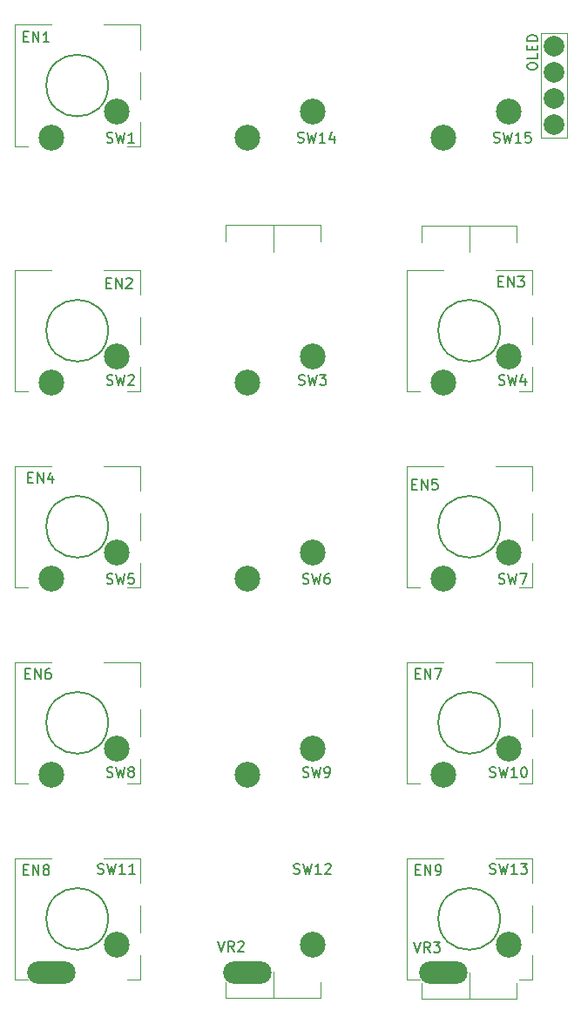
<source format=gbr>
%TF.GenerationSoftware,KiCad,Pcbnew,(6.0.2)*%
%TF.CreationDate,2022-02-17T20:40:29-08:00*%
%TF.ProjectId,keeb test board,6b656562-2074-4657-9374-20626f617264,rev?*%
%TF.SameCoordinates,Original*%
%TF.FileFunction,Legend,Top*%
%TF.FilePolarity,Positive*%
%FSLAX46Y46*%
G04 Gerber Fmt 4.6, Leading zero omitted, Abs format (unit mm)*
G04 Created by KiCad (PCBNEW (6.0.2)) date 2022-02-17 20:40:29*
%MOMM*%
%LPD*%
G01*
G04 APERTURE LIST*
%ADD10C,0.150000*%
%ADD11C,0.120000*%
%ADD12C,0.200000*%
%ADD13C,2.500000*%
%ADD14O,4.700000X2.200000*%
%ADD15C,2.000000*%
%ADD16R,2.000000X2.000000*%
%ADD17C,1.800000*%
%ADD18C,4.000000*%
%ADD19C,3.200000*%
%ADD20O,1.400000X2.000000*%
%ADD21R,1.700000X1.700000*%
%ADD22C,1.700000*%
G04 APERTURE END LIST*
D10*
%TO.C,EN4*%
X68339714Y-104678571D02*
X68673047Y-104678571D01*
X68815904Y-105202380D02*
X68339714Y-105202380D01*
X68339714Y-104202380D01*
X68815904Y-104202380D01*
X69244476Y-105202380D02*
X69244476Y-104202380D01*
X69815904Y-105202380D01*
X69815904Y-104202380D01*
X70720666Y-104535714D02*
X70720666Y-105202380D01*
X70482571Y-104154761D02*
X70244476Y-104869047D01*
X70863523Y-104869047D01*
%TO.C,EN3*%
X114059714Y-85628571D02*
X114393047Y-85628571D01*
X114535904Y-86152380D02*
X114059714Y-86152380D01*
X114059714Y-85152380D01*
X114535904Y-85152380D01*
X114964476Y-86152380D02*
X114964476Y-85152380D01*
X115535904Y-86152380D01*
X115535904Y-85152380D01*
X115916857Y-85152380D02*
X116535904Y-85152380D01*
X116202571Y-85533333D01*
X116345428Y-85533333D01*
X116440666Y-85580952D01*
X116488285Y-85628571D01*
X116535904Y-85723809D01*
X116535904Y-85961904D01*
X116488285Y-86057142D01*
X116440666Y-86104761D01*
X116345428Y-86152380D01*
X116059714Y-86152380D01*
X115964476Y-86104761D01*
X115916857Y-86057142D01*
%TO.C,SW4*%
X114076666Y-95630761D02*
X114219523Y-95678380D01*
X114457619Y-95678380D01*
X114552857Y-95630761D01*
X114600476Y-95583142D01*
X114648095Y-95487904D01*
X114648095Y-95392666D01*
X114600476Y-95297428D01*
X114552857Y-95249809D01*
X114457619Y-95202190D01*
X114267142Y-95154571D01*
X114171904Y-95106952D01*
X114124285Y-95059333D01*
X114076666Y-94964095D01*
X114076666Y-94868857D01*
X114124285Y-94773619D01*
X114171904Y-94726000D01*
X114267142Y-94678380D01*
X114505238Y-94678380D01*
X114648095Y-94726000D01*
X114981428Y-94678380D02*
X115219523Y-95678380D01*
X115410000Y-94964095D01*
X115600476Y-95678380D01*
X115838571Y-94678380D01*
X116648095Y-95011714D02*
X116648095Y-95678380D01*
X116410000Y-94630761D02*
X116171904Y-95345047D01*
X116790952Y-95345047D01*
%TO.C,SW13*%
X113210476Y-143128761D02*
X113353333Y-143176380D01*
X113591428Y-143176380D01*
X113686666Y-143128761D01*
X113734285Y-143081142D01*
X113781904Y-142985904D01*
X113781904Y-142890666D01*
X113734285Y-142795428D01*
X113686666Y-142747809D01*
X113591428Y-142700190D01*
X113400952Y-142652571D01*
X113305714Y-142604952D01*
X113258095Y-142557333D01*
X113210476Y-142462095D01*
X113210476Y-142366857D01*
X113258095Y-142271619D01*
X113305714Y-142224000D01*
X113400952Y-142176380D01*
X113639047Y-142176380D01*
X113781904Y-142224000D01*
X114115238Y-142176380D02*
X114353333Y-143176380D01*
X114543809Y-142462095D01*
X114734285Y-143176380D01*
X114972380Y-142176380D01*
X115877142Y-143176380D02*
X115305714Y-143176380D01*
X115591428Y-143176380D02*
X115591428Y-142176380D01*
X115496190Y-142319238D01*
X115400952Y-142414476D01*
X115305714Y-142462095D01*
X116210476Y-142176380D02*
X116829523Y-142176380D01*
X116496190Y-142557333D01*
X116639047Y-142557333D01*
X116734285Y-142604952D01*
X116781904Y-142652571D01*
X116829523Y-142747809D01*
X116829523Y-142985904D01*
X116781904Y-143081142D01*
X116734285Y-143128761D01*
X116639047Y-143176380D01*
X116353333Y-143176380D01*
X116258095Y-143128761D01*
X116210476Y-143081142D01*
%TO.C,EN7*%
X105995714Y-123728571D02*
X106329047Y-123728571D01*
X106471904Y-124252380D02*
X105995714Y-124252380D01*
X105995714Y-123252380D01*
X106471904Y-123252380D01*
X106900476Y-124252380D02*
X106900476Y-123252380D01*
X107471904Y-124252380D01*
X107471904Y-123252380D01*
X107852857Y-123252380D02*
X108519523Y-123252380D01*
X108090952Y-124252380D01*
%TO.C,EN6*%
X68085714Y-123728571D02*
X68419047Y-123728571D01*
X68561904Y-124252380D02*
X68085714Y-124252380D01*
X68085714Y-123252380D01*
X68561904Y-123252380D01*
X68990476Y-124252380D02*
X68990476Y-123252380D01*
X69561904Y-124252380D01*
X69561904Y-123252380D01*
X70466666Y-123252380D02*
X70276190Y-123252380D01*
X70180952Y-123300000D01*
X70133333Y-123347619D01*
X70038095Y-123490476D01*
X69990476Y-123680952D01*
X69990476Y-124061904D01*
X70038095Y-124157142D01*
X70085714Y-124204761D01*
X70180952Y-124252380D01*
X70371428Y-124252380D01*
X70466666Y-124204761D01*
X70514285Y-124157142D01*
X70561904Y-124061904D01*
X70561904Y-123823809D01*
X70514285Y-123728571D01*
X70466666Y-123680952D01*
X70371428Y-123633333D01*
X70180952Y-123633333D01*
X70085714Y-123680952D01*
X70038095Y-123728571D01*
X69990476Y-123823809D01*
%TO.C,EN8*%
X67895714Y-142778571D02*
X68229047Y-142778571D01*
X68371904Y-143302380D02*
X67895714Y-143302380D01*
X67895714Y-142302380D01*
X68371904Y-142302380D01*
X68800476Y-143302380D02*
X68800476Y-142302380D01*
X69371904Y-143302380D01*
X69371904Y-142302380D01*
X69990952Y-142730952D02*
X69895714Y-142683333D01*
X69848095Y-142635714D01*
X69800476Y-142540476D01*
X69800476Y-142492857D01*
X69848095Y-142397619D01*
X69895714Y-142350000D01*
X69990952Y-142302380D01*
X70181428Y-142302380D01*
X70276666Y-142350000D01*
X70324285Y-142397619D01*
X70371904Y-142492857D01*
X70371904Y-142540476D01*
X70324285Y-142635714D01*
X70276666Y-142683333D01*
X70181428Y-142730952D01*
X69990952Y-142730952D01*
X69895714Y-142778571D01*
X69848095Y-142826190D01*
X69800476Y-142921428D01*
X69800476Y-143111904D01*
X69848095Y-143207142D01*
X69895714Y-143254761D01*
X69990952Y-143302380D01*
X70181428Y-143302380D01*
X70276666Y-143254761D01*
X70324285Y-143207142D01*
X70371904Y-143111904D01*
X70371904Y-142921428D01*
X70324285Y-142826190D01*
X70276666Y-142778571D01*
X70181428Y-142730952D01*
%TO.C,SW3*%
X94636666Y-95630761D02*
X94779523Y-95678380D01*
X95017619Y-95678380D01*
X95112857Y-95630761D01*
X95160476Y-95583142D01*
X95208095Y-95487904D01*
X95208095Y-95392666D01*
X95160476Y-95297428D01*
X95112857Y-95249809D01*
X95017619Y-95202190D01*
X94827142Y-95154571D01*
X94731904Y-95106952D01*
X94684285Y-95059333D01*
X94636666Y-94964095D01*
X94636666Y-94868857D01*
X94684285Y-94773619D01*
X94731904Y-94726000D01*
X94827142Y-94678380D01*
X95065238Y-94678380D01*
X95208095Y-94726000D01*
X95541428Y-94678380D02*
X95779523Y-95678380D01*
X95970000Y-94964095D01*
X96160476Y-95678380D01*
X96398571Y-94678380D01*
X96684285Y-94678380D02*
X97303333Y-94678380D01*
X96970000Y-95059333D01*
X97112857Y-95059333D01*
X97208095Y-95106952D01*
X97255714Y-95154571D01*
X97303333Y-95249809D01*
X97303333Y-95487904D01*
X97255714Y-95583142D01*
X97208095Y-95630761D01*
X97112857Y-95678380D01*
X96827142Y-95678380D01*
X96731904Y-95630761D01*
X96684285Y-95583142D01*
%TO.C,EN9*%
X105995714Y-142778571D02*
X106329047Y-142778571D01*
X106471904Y-143302380D02*
X105995714Y-143302380D01*
X105995714Y-142302380D01*
X106471904Y-142302380D01*
X106900476Y-143302380D02*
X106900476Y-142302380D01*
X107471904Y-143302380D01*
X107471904Y-142302380D01*
X107995714Y-143302380D02*
X108186190Y-143302380D01*
X108281428Y-143254761D01*
X108329047Y-143207142D01*
X108424285Y-143064285D01*
X108471904Y-142873809D01*
X108471904Y-142492857D01*
X108424285Y-142397619D01*
X108376666Y-142350000D01*
X108281428Y-142302380D01*
X108090952Y-142302380D01*
X107995714Y-142350000D01*
X107948095Y-142397619D01*
X107900476Y-142492857D01*
X107900476Y-142730952D01*
X107948095Y-142826190D01*
X107995714Y-142873809D01*
X108090952Y-142921428D01*
X108281428Y-142921428D01*
X108376666Y-142873809D01*
X108424285Y-142826190D01*
X108471904Y-142730952D01*
%TO.C,SW14*%
X94550476Y-72092261D02*
X94693333Y-72139880D01*
X94931428Y-72139880D01*
X95026666Y-72092261D01*
X95074285Y-72044642D01*
X95121904Y-71949404D01*
X95121904Y-71854166D01*
X95074285Y-71758928D01*
X95026666Y-71711309D01*
X94931428Y-71663690D01*
X94740952Y-71616071D01*
X94645714Y-71568452D01*
X94598095Y-71520833D01*
X94550476Y-71425595D01*
X94550476Y-71330357D01*
X94598095Y-71235119D01*
X94645714Y-71187500D01*
X94740952Y-71139880D01*
X94979047Y-71139880D01*
X95121904Y-71187500D01*
X95455238Y-71139880D02*
X95693333Y-72139880D01*
X95883809Y-71425595D01*
X96074285Y-72139880D01*
X96312380Y-71139880D01*
X97217142Y-72139880D02*
X96645714Y-72139880D01*
X96931428Y-72139880D02*
X96931428Y-71139880D01*
X96836190Y-71282738D01*
X96740952Y-71377976D01*
X96645714Y-71425595D01*
X98074285Y-71473214D02*
X98074285Y-72139880D01*
X97836190Y-71092261D02*
X97598095Y-71806547D01*
X98217142Y-71806547D01*
%TO.C,OL1*%
X116835380Y-64801380D02*
X116835380Y-64610904D01*
X116883000Y-64515666D01*
X116978238Y-64420428D01*
X117168714Y-64372809D01*
X117502047Y-64372809D01*
X117692523Y-64420428D01*
X117787761Y-64515666D01*
X117835380Y-64610904D01*
X117835380Y-64801380D01*
X117787761Y-64896619D01*
X117692523Y-64991857D01*
X117502047Y-65039476D01*
X117168714Y-65039476D01*
X116978238Y-64991857D01*
X116883000Y-64896619D01*
X116835380Y-64801380D01*
X117835380Y-63468047D02*
X117835380Y-63944238D01*
X116835380Y-63944238D01*
X117311571Y-63134714D02*
X117311571Y-62801380D01*
X117835380Y-62658523D02*
X117835380Y-63134714D01*
X116835380Y-63134714D01*
X116835380Y-62658523D01*
X117835380Y-62229952D02*
X116835380Y-62229952D01*
X116835380Y-61991857D01*
X116883000Y-61849000D01*
X116978238Y-61753761D01*
X117073476Y-61706142D01*
X117263952Y-61658523D01*
X117406809Y-61658523D01*
X117597285Y-61706142D01*
X117692523Y-61753761D01*
X117787761Y-61849000D01*
X117835380Y-61991857D01*
X117835380Y-62229952D01*
%TO.C,SW9*%
X95026666Y-133730761D02*
X95169523Y-133778380D01*
X95407619Y-133778380D01*
X95502857Y-133730761D01*
X95550476Y-133683142D01*
X95598095Y-133587904D01*
X95598095Y-133492666D01*
X95550476Y-133397428D01*
X95502857Y-133349809D01*
X95407619Y-133302190D01*
X95217142Y-133254571D01*
X95121904Y-133206952D01*
X95074285Y-133159333D01*
X95026666Y-133064095D01*
X95026666Y-132968857D01*
X95074285Y-132873619D01*
X95121904Y-132826000D01*
X95217142Y-132778380D01*
X95455238Y-132778380D01*
X95598095Y-132826000D01*
X95931428Y-132778380D02*
X96169523Y-133778380D01*
X96360000Y-133064095D01*
X96550476Y-133778380D01*
X96788571Y-132778380D01*
X97217142Y-133778380D02*
X97407619Y-133778380D01*
X97502857Y-133730761D01*
X97550476Y-133683142D01*
X97645714Y-133540285D01*
X97693333Y-133349809D01*
X97693333Y-132968857D01*
X97645714Y-132873619D01*
X97598095Y-132826000D01*
X97502857Y-132778380D01*
X97312380Y-132778380D01*
X97217142Y-132826000D01*
X97169523Y-132873619D01*
X97121904Y-132968857D01*
X97121904Y-133206952D01*
X97169523Y-133302190D01*
X97217142Y-133349809D01*
X97312380Y-133397428D01*
X97502857Y-133397428D01*
X97598095Y-133349809D01*
X97645714Y-133302190D01*
X97693333Y-133206952D01*
%TO.C,EN1*%
X67895714Y-61816071D02*
X68229047Y-61816071D01*
X68371904Y-62339880D02*
X67895714Y-62339880D01*
X67895714Y-61339880D01*
X68371904Y-61339880D01*
X68800476Y-62339880D02*
X68800476Y-61339880D01*
X69371904Y-62339880D01*
X69371904Y-61339880D01*
X70371904Y-62339880D02*
X69800476Y-62339880D01*
X70086190Y-62339880D02*
X70086190Y-61339880D01*
X69990952Y-61482738D01*
X69895714Y-61577976D01*
X69800476Y-61625595D01*
%TO.C,SW11*%
X75110476Y-143128761D02*
X75253333Y-143176380D01*
X75491428Y-143176380D01*
X75586666Y-143128761D01*
X75634285Y-143081142D01*
X75681904Y-142985904D01*
X75681904Y-142890666D01*
X75634285Y-142795428D01*
X75586666Y-142747809D01*
X75491428Y-142700190D01*
X75300952Y-142652571D01*
X75205714Y-142604952D01*
X75158095Y-142557333D01*
X75110476Y-142462095D01*
X75110476Y-142366857D01*
X75158095Y-142271619D01*
X75205714Y-142224000D01*
X75300952Y-142176380D01*
X75539047Y-142176380D01*
X75681904Y-142224000D01*
X76015238Y-142176380D02*
X76253333Y-143176380D01*
X76443809Y-142462095D01*
X76634285Y-143176380D01*
X76872380Y-142176380D01*
X77777142Y-143176380D02*
X77205714Y-143176380D01*
X77491428Y-143176380D02*
X77491428Y-142176380D01*
X77396190Y-142319238D01*
X77300952Y-142414476D01*
X77205714Y-142462095D01*
X78729523Y-143176380D02*
X78158095Y-143176380D01*
X78443809Y-143176380D02*
X78443809Y-142176380D01*
X78348571Y-142319238D01*
X78253333Y-142414476D01*
X78158095Y-142462095D01*
%TO.C,SW15*%
X113600476Y-72092261D02*
X113743333Y-72139880D01*
X113981428Y-72139880D01*
X114076666Y-72092261D01*
X114124285Y-72044642D01*
X114171904Y-71949404D01*
X114171904Y-71854166D01*
X114124285Y-71758928D01*
X114076666Y-71711309D01*
X113981428Y-71663690D01*
X113790952Y-71616071D01*
X113695714Y-71568452D01*
X113648095Y-71520833D01*
X113600476Y-71425595D01*
X113600476Y-71330357D01*
X113648095Y-71235119D01*
X113695714Y-71187500D01*
X113790952Y-71139880D01*
X114029047Y-71139880D01*
X114171904Y-71187500D01*
X114505238Y-71139880D02*
X114743333Y-72139880D01*
X114933809Y-71425595D01*
X115124285Y-72139880D01*
X115362380Y-71139880D01*
X116267142Y-72139880D02*
X115695714Y-72139880D01*
X115981428Y-72139880D02*
X115981428Y-71139880D01*
X115886190Y-71282738D01*
X115790952Y-71377976D01*
X115695714Y-71425595D01*
X117171904Y-71139880D02*
X116695714Y-71139880D01*
X116648095Y-71616071D01*
X116695714Y-71568452D01*
X116790952Y-71520833D01*
X117029047Y-71520833D01*
X117124285Y-71568452D01*
X117171904Y-71616071D01*
X117219523Y-71711309D01*
X117219523Y-71949404D01*
X117171904Y-72044642D01*
X117124285Y-72092261D01*
X117029047Y-72139880D01*
X116790952Y-72139880D01*
X116695714Y-72092261D01*
X116648095Y-72044642D01*
%TO.C,VR3*%
X105836476Y-149796380D02*
X106169809Y-150796380D01*
X106503142Y-149796380D01*
X107407904Y-150796380D02*
X107074571Y-150320190D01*
X106836476Y-150796380D02*
X106836476Y-149796380D01*
X107217428Y-149796380D01*
X107312666Y-149844000D01*
X107360285Y-149891619D01*
X107407904Y-149986857D01*
X107407904Y-150129714D01*
X107360285Y-150224952D01*
X107312666Y-150272571D01*
X107217428Y-150320190D01*
X106836476Y-150320190D01*
X107741238Y-149796380D02*
X108360285Y-149796380D01*
X108026952Y-150177333D01*
X108169809Y-150177333D01*
X108265047Y-150224952D01*
X108312666Y-150272571D01*
X108360285Y-150367809D01*
X108360285Y-150605904D01*
X108312666Y-150701142D01*
X108265047Y-150748761D01*
X108169809Y-150796380D01*
X107884095Y-150796380D01*
X107788857Y-150748761D01*
X107741238Y-150701142D01*
%TO.C,SW8*%
X75976666Y-133730761D02*
X76119523Y-133778380D01*
X76357619Y-133778380D01*
X76452857Y-133730761D01*
X76500476Y-133683142D01*
X76548095Y-133587904D01*
X76548095Y-133492666D01*
X76500476Y-133397428D01*
X76452857Y-133349809D01*
X76357619Y-133302190D01*
X76167142Y-133254571D01*
X76071904Y-133206952D01*
X76024285Y-133159333D01*
X75976666Y-133064095D01*
X75976666Y-132968857D01*
X76024285Y-132873619D01*
X76071904Y-132826000D01*
X76167142Y-132778380D01*
X76405238Y-132778380D01*
X76548095Y-132826000D01*
X76881428Y-132778380D02*
X77119523Y-133778380D01*
X77310000Y-133064095D01*
X77500476Y-133778380D01*
X77738571Y-132778380D01*
X78262380Y-133206952D02*
X78167142Y-133159333D01*
X78119523Y-133111714D01*
X78071904Y-133016476D01*
X78071904Y-132968857D01*
X78119523Y-132873619D01*
X78167142Y-132826000D01*
X78262380Y-132778380D01*
X78452857Y-132778380D01*
X78548095Y-132826000D01*
X78595714Y-132873619D01*
X78643333Y-132968857D01*
X78643333Y-133016476D01*
X78595714Y-133111714D01*
X78548095Y-133159333D01*
X78452857Y-133206952D01*
X78262380Y-133206952D01*
X78167142Y-133254571D01*
X78119523Y-133302190D01*
X78071904Y-133397428D01*
X78071904Y-133587904D01*
X78119523Y-133683142D01*
X78167142Y-133730761D01*
X78262380Y-133778380D01*
X78452857Y-133778380D01*
X78548095Y-133730761D01*
X78595714Y-133683142D01*
X78643333Y-133587904D01*
X78643333Y-133397428D01*
X78595714Y-133302190D01*
X78548095Y-133254571D01*
X78452857Y-133206952D01*
%TO.C,EN5*%
X105677714Y-105314571D02*
X106011047Y-105314571D01*
X106153904Y-105838380D02*
X105677714Y-105838380D01*
X105677714Y-104838380D01*
X106153904Y-104838380D01*
X106582476Y-105838380D02*
X106582476Y-104838380D01*
X107153904Y-105838380D01*
X107153904Y-104838380D01*
X108106285Y-104838380D02*
X107630095Y-104838380D01*
X107582476Y-105314571D01*
X107630095Y-105266952D01*
X107725333Y-105219333D01*
X107963428Y-105219333D01*
X108058666Y-105266952D01*
X108106285Y-105314571D01*
X108153904Y-105409809D01*
X108153904Y-105647904D01*
X108106285Y-105743142D01*
X108058666Y-105790761D01*
X107963428Y-105838380D01*
X107725333Y-105838380D01*
X107630095Y-105790761D01*
X107582476Y-105743142D01*
%TO.C,SW12*%
X94160476Y-143128761D02*
X94303333Y-143176380D01*
X94541428Y-143176380D01*
X94636666Y-143128761D01*
X94684285Y-143081142D01*
X94731904Y-142985904D01*
X94731904Y-142890666D01*
X94684285Y-142795428D01*
X94636666Y-142747809D01*
X94541428Y-142700190D01*
X94350952Y-142652571D01*
X94255714Y-142604952D01*
X94208095Y-142557333D01*
X94160476Y-142462095D01*
X94160476Y-142366857D01*
X94208095Y-142271619D01*
X94255714Y-142224000D01*
X94350952Y-142176380D01*
X94589047Y-142176380D01*
X94731904Y-142224000D01*
X95065238Y-142176380D02*
X95303333Y-143176380D01*
X95493809Y-142462095D01*
X95684285Y-143176380D01*
X95922380Y-142176380D01*
X96827142Y-143176380D02*
X96255714Y-143176380D01*
X96541428Y-143176380D02*
X96541428Y-142176380D01*
X96446190Y-142319238D01*
X96350952Y-142414476D01*
X96255714Y-142462095D01*
X97208095Y-142271619D02*
X97255714Y-142224000D01*
X97350952Y-142176380D01*
X97589047Y-142176380D01*
X97684285Y-142224000D01*
X97731904Y-142271619D01*
X97779523Y-142366857D01*
X97779523Y-142462095D01*
X97731904Y-142604952D01*
X97160476Y-143176380D01*
X97779523Y-143176380D01*
%TO.C,SW7*%
X114076666Y-114954761D02*
X114219523Y-115002380D01*
X114457619Y-115002380D01*
X114552857Y-114954761D01*
X114600476Y-114907142D01*
X114648095Y-114811904D01*
X114648095Y-114716666D01*
X114600476Y-114621428D01*
X114552857Y-114573809D01*
X114457619Y-114526190D01*
X114267142Y-114478571D01*
X114171904Y-114430952D01*
X114124285Y-114383333D01*
X114076666Y-114288095D01*
X114076666Y-114192857D01*
X114124285Y-114097619D01*
X114171904Y-114050000D01*
X114267142Y-114002380D01*
X114505238Y-114002380D01*
X114648095Y-114050000D01*
X114981428Y-114002380D02*
X115219523Y-115002380D01*
X115410000Y-114288095D01*
X115600476Y-115002380D01*
X115838571Y-114002380D01*
X116124285Y-114002380D02*
X116790952Y-114002380D01*
X116362380Y-115002380D01*
%TO.C,SW6*%
X95026666Y-114954761D02*
X95169523Y-115002380D01*
X95407619Y-115002380D01*
X95502857Y-114954761D01*
X95550476Y-114907142D01*
X95598095Y-114811904D01*
X95598095Y-114716666D01*
X95550476Y-114621428D01*
X95502857Y-114573809D01*
X95407619Y-114526190D01*
X95217142Y-114478571D01*
X95121904Y-114430952D01*
X95074285Y-114383333D01*
X95026666Y-114288095D01*
X95026666Y-114192857D01*
X95074285Y-114097619D01*
X95121904Y-114050000D01*
X95217142Y-114002380D01*
X95455238Y-114002380D01*
X95598095Y-114050000D01*
X95931428Y-114002380D02*
X96169523Y-115002380D01*
X96360000Y-114288095D01*
X96550476Y-115002380D01*
X96788571Y-114002380D01*
X97598095Y-114002380D02*
X97407619Y-114002380D01*
X97312380Y-114050000D01*
X97264761Y-114097619D01*
X97169523Y-114240476D01*
X97121904Y-114430952D01*
X97121904Y-114811904D01*
X97169523Y-114907142D01*
X97217142Y-114954761D01*
X97312380Y-115002380D01*
X97502857Y-115002380D01*
X97598095Y-114954761D01*
X97645714Y-114907142D01*
X97693333Y-114811904D01*
X97693333Y-114573809D01*
X97645714Y-114478571D01*
X97598095Y-114430952D01*
X97502857Y-114383333D01*
X97312380Y-114383333D01*
X97217142Y-114430952D01*
X97169523Y-114478571D01*
X97121904Y-114573809D01*
%TO.C,SW10*%
X113210476Y-133730761D02*
X113353333Y-133778380D01*
X113591428Y-133778380D01*
X113686666Y-133730761D01*
X113734285Y-133683142D01*
X113781904Y-133587904D01*
X113781904Y-133492666D01*
X113734285Y-133397428D01*
X113686666Y-133349809D01*
X113591428Y-133302190D01*
X113400952Y-133254571D01*
X113305714Y-133206952D01*
X113258095Y-133159333D01*
X113210476Y-133064095D01*
X113210476Y-132968857D01*
X113258095Y-132873619D01*
X113305714Y-132826000D01*
X113400952Y-132778380D01*
X113639047Y-132778380D01*
X113781904Y-132826000D01*
X114115238Y-132778380D02*
X114353333Y-133778380D01*
X114543809Y-133064095D01*
X114734285Y-133778380D01*
X114972380Y-132778380D01*
X115877142Y-133778380D02*
X115305714Y-133778380D01*
X115591428Y-133778380D02*
X115591428Y-132778380D01*
X115496190Y-132921238D01*
X115400952Y-133016476D01*
X115305714Y-133064095D01*
X116496190Y-132778380D02*
X116591428Y-132778380D01*
X116686666Y-132826000D01*
X116734285Y-132873619D01*
X116781904Y-132968857D01*
X116829523Y-133159333D01*
X116829523Y-133397428D01*
X116781904Y-133587904D01*
X116734285Y-133683142D01*
X116686666Y-133730761D01*
X116591428Y-133778380D01*
X116496190Y-133778380D01*
X116400952Y-133730761D01*
X116353333Y-133683142D01*
X116305714Y-133587904D01*
X116258095Y-133397428D01*
X116258095Y-133159333D01*
X116305714Y-132968857D01*
X116353333Y-132873619D01*
X116400952Y-132826000D01*
X116496190Y-132778380D01*
%TO.C,EN2*%
X75959714Y-85756571D02*
X76293047Y-85756571D01*
X76435904Y-86280380D02*
X75959714Y-86280380D01*
X75959714Y-85280380D01*
X76435904Y-85280380D01*
X76864476Y-86280380D02*
X76864476Y-85280380D01*
X77435904Y-86280380D01*
X77435904Y-85280380D01*
X77864476Y-85375619D02*
X77912095Y-85328000D01*
X78007333Y-85280380D01*
X78245428Y-85280380D01*
X78340666Y-85328000D01*
X78388285Y-85375619D01*
X78435904Y-85470857D01*
X78435904Y-85566095D01*
X78388285Y-85708952D01*
X77816857Y-86280380D01*
X78435904Y-86280380D01*
%TO.C,VR2*%
X86786476Y-149721380D02*
X87119809Y-150721380D01*
X87453142Y-149721380D01*
X88357904Y-150721380D02*
X88024571Y-150245190D01*
X87786476Y-150721380D02*
X87786476Y-149721380D01*
X88167428Y-149721380D01*
X88262666Y-149769000D01*
X88310285Y-149816619D01*
X88357904Y-149911857D01*
X88357904Y-150054714D01*
X88310285Y-150149952D01*
X88262666Y-150197571D01*
X88167428Y-150245190D01*
X87786476Y-150245190D01*
X88738857Y-149816619D02*
X88786476Y-149769000D01*
X88881714Y-149721380D01*
X89119809Y-149721380D01*
X89215047Y-149769000D01*
X89262666Y-149816619D01*
X89310285Y-149911857D01*
X89310285Y-150007095D01*
X89262666Y-150149952D01*
X88691238Y-150721380D01*
X89310285Y-150721380D01*
%TO.C,SW5*%
X75976666Y-114954761D02*
X76119523Y-115002380D01*
X76357619Y-115002380D01*
X76452857Y-114954761D01*
X76500476Y-114907142D01*
X76548095Y-114811904D01*
X76548095Y-114716666D01*
X76500476Y-114621428D01*
X76452857Y-114573809D01*
X76357619Y-114526190D01*
X76167142Y-114478571D01*
X76071904Y-114430952D01*
X76024285Y-114383333D01*
X75976666Y-114288095D01*
X75976666Y-114192857D01*
X76024285Y-114097619D01*
X76071904Y-114050000D01*
X76167142Y-114002380D01*
X76405238Y-114002380D01*
X76548095Y-114050000D01*
X76881428Y-114002380D02*
X77119523Y-115002380D01*
X77310000Y-114288095D01*
X77500476Y-115002380D01*
X77738571Y-114002380D01*
X78595714Y-114002380D02*
X78119523Y-114002380D01*
X78071904Y-114478571D01*
X78119523Y-114430952D01*
X78214761Y-114383333D01*
X78452857Y-114383333D01*
X78548095Y-114430952D01*
X78595714Y-114478571D01*
X78643333Y-114573809D01*
X78643333Y-114811904D01*
X78595714Y-114907142D01*
X78548095Y-114954761D01*
X78452857Y-115002380D01*
X78214761Y-115002380D01*
X78119523Y-114954761D01*
X78071904Y-114907142D01*
%TO.C,SW2*%
X75976666Y-95630761D02*
X76119523Y-95678380D01*
X76357619Y-95678380D01*
X76452857Y-95630761D01*
X76500476Y-95583142D01*
X76548095Y-95487904D01*
X76548095Y-95392666D01*
X76500476Y-95297428D01*
X76452857Y-95249809D01*
X76357619Y-95202190D01*
X76167142Y-95154571D01*
X76071904Y-95106952D01*
X76024285Y-95059333D01*
X75976666Y-94964095D01*
X75976666Y-94868857D01*
X76024285Y-94773619D01*
X76071904Y-94726000D01*
X76167142Y-94678380D01*
X76405238Y-94678380D01*
X76548095Y-94726000D01*
X76881428Y-94678380D02*
X77119523Y-95678380D01*
X77310000Y-94964095D01*
X77500476Y-95678380D01*
X77738571Y-94678380D01*
X78071904Y-94773619D02*
X78119523Y-94726000D01*
X78214761Y-94678380D01*
X78452857Y-94678380D01*
X78548095Y-94726000D01*
X78595714Y-94773619D01*
X78643333Y-94868857D01*
X78643333Y-94964095D01*
X78595714Y-95106952D01*
X78024285Y-95678380D01*
X78643333Y-95678380D01*
%TO.C,SW1*%
X75976666Y-72092261D02*
X76119523Y-72139880D01*
X76357619Y-72139880D01*
X76452857Y-72092261D01*
X76500476Y-72044642D01*
X76548095Y-71949404D01*
X76548095Y-71854166D01*
X76500476Y-71758928D01*
X76452857Y-71711309D01*
X76357619Y-71663690D01*
X76167142Y-71616071D01*
X76071904Y-71568452D01*
X76024285Y-71520833D01*
X75976666Y-71425595D01*
X75976666Y-71330357D01*
X76024285Y-71235119D01*
X76071904Y-71187500D01*
X76167142Y-71139880D01*
X76405238Y-71139880D01*
X76548095Y-71187500D01*
X76881428Y-71139880D02*
X77119523Y-72139880D01*
X77310000Y-71425595D01*
X77500476Y-72139880D01*
X77738571Y-71139880D01*
X78643333Y-72139880D02*
X78071904Y-72139880D01*
X78357619Y-72139880D02*
X78357619Y-71139880D01*
X78262380Y-71282738D01*
X78167142Y-71377976D01*
X78071904Y-71425595D01*
D11*
%TO.C,EN4*%
X67010000Y-103550000D02*
X67010000Y-115350000D01*
X79210000Y-112950000D02*
X79210000Y-115350000D01*
X79210000Y-103550000D02*
X79210000Y-105950000D01*
X79210000Y-115350000D02*
X77936000Y-115350000D01*
X75650000Y-103550000D02*
X79210000Y-103550000D01*
X79210000Y-108150000D02*
X79210000Y-110750000D01*
X70570000Y-103550000D02*
X67010000Y-103550000D01*
X68284000Y-115350000D02*
X67010000Y-115350000D01*
D12*
X76110000Y-109450000D02*
G75*
G03*
X76110000Y-109450000I-3000000J0D01*
G01*
D11*
%TO.C,EN3*%
X105110000Y-84500000D02*
X105110000Y-96300000D01*
X117310000Y-89100000D02*
X117310000Y-91700000D01*
X117310000Y-84500000D02*
X117310000Y-86900000D01*
X106384000Y-96300000D02*
X105110000Y-96300000D01*
X117310000Y-96300000D02*
X116036000Y-96300000D01*
X117310000Y-93900000D02*
X117310000Y-96300000D01*
X108670000Y-84500000D02*
X105110000Y-84500000D01*
X113750000Y-84500000D02*
X117310000Y-84500000D01*
D12*
X114210000Y-90400000D02*
G75*
G03*
X114210000Y-90400000I-3000000J0D01*
G01*
D11*
%TO.C,EN7*%
X117310000Y-134400000D02*
X116036000Y-134400000D01*
X106384000Y-134400000D02*
X105110000Y-134400000D01*
X117310000Y-122600000D02*
X117310000Y-125000000D01*
X105110000Y-122600000D02*
X105110000Y-134400000D01*
X117310000Y-127200000D02*
X117310000Y-129800000D01*
X108670000Y-122600000D02*
X105110000Y-122600000D01*
X113750000Y-122600000D02*
X117310000Y-122600000D01*
X117310000Y-132000000D02*
X117310000Y-134400000D01*
D12*
X114210000Y-128500000D02*
G75*
G03*
X114210000Y-128500000I-3000000J0D01*
G01*
D11*
%TO.C,EN6*%
X79210000Y-132000000D02*
X79210000Y-134400000D01*
X79210000Y-122600000D02*
X79210000Y-125000000D01*
X75650000Y-122600000D02*
X79210000Y-122600000D01*
X70570000Y-122600000D02*
X67010000Y-122600000D01*
X79210000Y-127200000D02*
X79210000Y-129800000D01*
X68284000Y-134400000D02*
X67010000Y-134400000D01*
X67010000Y-122600000D02*
X67010000Y-134400000D01*
X79210000Y-134400000D02*
X77936000Y-134400000D01*
D12*
X76110000Y-128500000D02*
G75*
G03*
X76110000Y-128500000I-3000000J0D01*
G01*
D11*
%TO.C,EN8*%
X79210000Y-146250000D02*
X79210000Y-148850000D01*
X79210000Y-151050000D02*
X79210000Y-153450000D01*
X70570000Y-141650000D02*
X67010000Y-141650000D01*
X75650000Y-141650000D02*
X79210000Y-141650000D01*
X68284000Y-153450000D02*
X67010000Y-153450000D01*
X79210000Y-141650000D02*
X79210000Y-144050000D01*
X79210000Y-153450000D02*
X77936000Y-153450000D01*
X67010000Y-141650000D02*
X67010000Y-153450000D01*
D12*
X76110000Y-147550000D02*
G75*
G03*
X76110000Y-147550000I-3000000J0D01*
G01*
D11*
%TO.C,EN9*%
X108670000Y-141650000D02*
X105110000Y-141650000D01*
X117310000Y-153450000D02*
X116036000Y-153450000D01*
X117310000Y-141650000D02*
X117310000Y-144050000D01*
X106384000Y-153450000D02*
X105110000Y-153450000D01*
X105110000Y-141650000D02*
X105110000Y-153450000D01*
X113750000Y-141650000D02*
X117310000Y-141650000D01*
X117310000Y-151050000D02*
X117310000Y-153450000D01*
X117310000Y-146250000D02*
X117310000Y-148850000D01*
D12*
X114210000Y-147550000D02*
G75*
G03*
X114210000Y-147550000I-3000000J0D01*
G01*
D11*
%TO.C,OL1*%
X118145000Y-71667500D02*
X120685000Y-71667500D01*
X120685000Y-71667500D02*
X120685000Y-61507500D01*
X120685000Y-61507500D02*
X118145000Y-61507500D01*
X118145000Y-61507500D02*
X118145000Y-71667500D01*
%TO.C,EN1*%
X79210000Y-70087500D02*
X79210000Y-72487500D01*
X67010000Y-60687500D02*
X67010000Y-72487500D01*
X79210000Y-65287500D02*
X79210000Y-67887500D01*
X70570000Y-60687500D02*
X67010000Y-60687500D01*
X68284000Y-72487500D02*
X67010000Y-72487500D01*
X75650000Y-60687500D02*
X79210000Y-60687500D01*
X79210000Y-72487500D02*
X77936000Y-72487500D01*
X79210000Y-60687500D02*
X79210000Y-63087500D01*
D12*
X76110000Y-66587500D02*
G75*
G03*
X76110000Y-66587500I-3000000J0D01*
G01*
D11*
%TO.C,VR3*%
X115810000Y-155330000D02*
X106610000Y-155330000D01*
X111210000Y-155330000D02*
X111210000Y-152780000D01*
X115810000Y-155330000D02*
X115810000Y-153780000D01*
X106610000Y-80230000D02*
X106610000Y-81780000D01*
X106610000Y-155330000D02*
X106610000Y-153780000D01*
X115810000Y-80230000D02*
X106610000Y-80230000D01*
X115810000Y-80230000D02*
X115810000Y-81780000D01*
X111210000Y-82780000D02*
X111210000Y-80230000D01*
%TO.C,EN5*%
X117310000Y-112950000D02*
X117310000Y-115350000D01*
X113750000Y-103550000D02*
X117310000Y-103550000D01*
X108670000Y-103550000D02*
X105110000Y-103550000D01*
X106384000Y-115350000D02*
X105110000Y-115350000D01*
X105110000Y-103550000D02*
X105110000Y-115350000D01*
X117310000Y-103550000D02*
X117310000Y-105950000D01*
X117310000Y-115350000D02*
X116036000Y-115350000D01*
X117310000Y-108150000D02*
X117310000Y-110750000D01*
D12*
X114210000Y-109450000D02*
G75*
G03*
X114210000Y-109450000I-3000000J0D01*
G01*
D11*
%TO.C,EN2*%
X70570000Y-84500000D02*
X67010000Y-84500000D01*
X79210000Y-84500000D02*
X79210000Y-86900000D01*
X67010000Y-84500000D02*
X67010000Y-96300000D01*
X68284000Y-96300000D02*
X67010000Y-96300000D01*
X79210000Y-89100000D02*
X79210000Y-91700000D01*
X79210000Y-93900000D02*
X79210000Y-96300000D01*
X79210000Y-96300000D02*
X77936000Y-96300000D01*
X75650000Y-84500000D02*
X79210000Y-84500000D01*
D12*
X76110000Y-90400000D02*
G75*
G03*
X76110000Y-90400000I-3000000J0D01*
G01*
D11*
%TO.C,VR2*%
X96760000Y-80155000D02*
X96760000Y-81705000D01*
X87560000Y-155255000D02*
X87560000Y-153705000D01*
X92160000Y-82705000D02*
X92160000Y-80155000D01*
X96760000Y-80155000D02*
X87560000Y-80155000D01*
X96760000Y-155255000D02*
X87560000Y-155255000D01*
X87560000Y-80155000D02*
X87560000Y-81705000D01*
X92160000Y-155255000D02*
X92160000Y-152705000D01*
X96760000Y-155255000D02*
X96760000Y-153705000D01*
%TD*%
D13*
%TO.C,SW4*%
X115020000Y-92940000D03*
X108670000Y-95480000D03*
%TD*%
%TO.C,SW13*%
X115020000Y-150090000D03*
D14*
X108670000Y-152780000D03*
%TD*%
D13*
%TO.C,SW3*%
X95970000Y-92940000D03*
X89620000Y-95480000D03*
%TD*%
%TO.C,SW14*%
X95970000Y-69127500D03*
X89620000Y-71667500D03*
%TD*%
D15*
%TO.C,OL1*%
X119415000Y-70397500D03*
X119415000Y-67857500D03*
X119415000Y-65317500D03*
X119415000Y-62777500D03*
%TD*%
D13*
%TO.C,SW9*%
X95970000Y-131040000D03*
X89620000Y-133580000D03*
%TD*%
%TO.C,SW11*%
X76920000Y-150090000D03*
D14*
X70570000Y-152780000D03*
%TD*%
D13*
%TO.C,SW15*%
X115020000Y-69127500D03*
X108670000Y-71667500D03*
%TD*%
%TO.C,SW8*%
X76920000Y-131040000D03*
X70570000Y-133580000D03*
%TD*%
%TO.C,SW12*%
X95970000Y-150090000D03*
D14*
X89620000Y-152780000D03*
%TD*%
D13*
%TO.C,SW7*%
X115020000Y-111990000D03*
X108670000Y-114530000D03*
%TD*%
%TO.C,SW6*%
X95970000Y-111990000D03*
X89620000Y-114530000D03*
%TD*%
%TO.C,SW10*%
X115020000Y-131040000D03*
X108670000Y-133580000D03*
%TD*%
%TO.C,SW5*%
X76920000Y-111990000D03*
X70570000Y-114530000D03*
%TD*%
%TO.C,SW2*%
X76920000Y-92940000D03*
X70570000Y-95480000D03*
%TD*%
%TO.C,SW1*%
X76920000Y-69127500D03*
X70570000Y-71667500D03*
%TD*%
%LPC*%
D16*
%TO.C,EN4*%
X65610000Y-106950000D03*
D15*
X65610000Y-111950000D03*
X65610000Y-109450000D03*
X80110000Y-111950000D03*
X80110000Y-106950000D03*
%TD*%
D16*
%TO.C,EN3*%
X103710000Y-87900000D03*
D15*
X103710000Y-92900000D03*
X103710000Y-90400000D03*
X118210000Y-92900000D03*
X118210000Y-87900000D03*
%TD*%
D17*
%TO.C,SW4*%
X116290000Y-90400000D03*
X106130000Y-90400000D03*
D18*
X111210000Y-90400000D03*
%TD*%
D17*
%TO.C,SW13*%
X116290000Y-147550000D03*
X106130000Y-147550000D03*
D18*
X111210000Y-147550000D03*
%TD*%
D16*
%TO.C,EN7*%
X103710000Y-126000000D03*
D15*
X103710000Y-131000000D03*
X103710000Y-128500000D03*
X118210000Y-131000000D03*
X118210000Y-126000000D03*
%TD*%
D16*
%TO.C,EN6*%
X65610000Y-126000000D03*
D15*
X65610000Y-131000000D03*
X65610000Y-128500000D03*
X80110000Y-131000000D03*
X80110000Y-126000000D03*
%TD*%
D16*
%TO.C,EN8*%
X65610000Y-145050000D03*
D15*
X65610000Y-150050000D03*
X65610000Y-147550000D03*
X80110000Y-150050000D03*
X80110000Y-145050000D03*
%TD*%
D18*
%TO.C,SW3*%
X92160000Y-90400000D03*
D17*
X87080000Y-90400000D03*
X97240000Y-90400000D03*
%TD*%
D16*
%TO.C,EN9*%
X103710000Y-145050000D03*
D15*
X103710000Y-150050000D03*
X103710000Y-147550000D03*
X118210000Y-150050000D03*
X118210000Y-145050000D03*
%TD*%
D18*
%TO.C,SW14*%
X92160000Y-66587500D03*
D17*
X87080000Y-66587500D03*
X97240000Y-66587500D03*
%TD*%
%TO.C,SW9*%
X97240000Y-128500000D03*
X87080000Y-128500000D03*
D18*
X92160000Y-128500000D03*
%TD*%
D16*
%TO.C,EN1*%
X65610000Y-64087500D03*
D15*
X65610000Y-69087500D03*
X65610000Y-66587500D03*
X80110000Y-69087500D03*
X80110000Y-64087500D03*
%TD*%
D19*
%TO.C,H4*%
X101685000Y-118975000D03*
%TD*%
D18*
%TO.C,SW11*%
X73110000Y-147550000D03*
D17*
X68030000Y-147550000D03*
X78190000Y-147550000D03*
%TD*%
%TO.C,SW15*%
X116290000Y-66587500D03*
D18*
X111210000Y-66587500D03*
D17*
X106130000Y-66587500D03*
%TD*%
D15*
%TO.C,VR3*%
X114960000Y-152780000D03*
X112460000Y-152780000D03*
D20*
X109960000Y-82480000D03*
D15*
X114960000Y-82780000D03*
%TD*%
D17*
%TO.C,SW8*%
X78190000Y-128500000D03*
X68030000Y-128500000D03*
D18*
X73110000Y-128500000D03*
%TD*%
D16*
%TO.C,EN5*%
X103710000Y-106950000D03*
D15*
X103710000Y-111950000D03*
X103710000Y-109450000D03*
X118210000Y-111950000D03*
X118210000Y-106950000D03*
%TD*%
D17*
%TO.C,SW12*%
X97240000Y-147550000D03*
X87080000Y-147550000D03*
D18*
X92160000Y-147550000D03*
%TD*%
%TO.C,SW7*%
X111210000Y-109450000D03*
D17*
X106130000Y-109450000D03*
X116290000Y-109450000D03*
%TD*%
%TO.C,SW6*%
X97240000Y-109450000D03*
X87080000Y-109450000D03*
D18*
X92160000Y-109450000D03*
%TD*%
D17*
%TO.C,SW10*%
X106130000Y-128500000D03*
D18*
X111210000Y-128500000D03*
D17*
X116290000Y-128500000D03*
%TD*%
D16*
%TO.C,EN2*%
X65610000Y-87900000D03*
D15*
X65610000Y-92900000D03*
X65610000Y-90400000D03*
X80110000Y-92900000D03*
X80110000Y-87900000D03*
%TD*%
%TO.C,VR2*%
X95910000Y-152705000D03*
X93410000Y-152705000D03*
D20*
X90910000Y-82405000D03*
D15*
X95910000Y-82705000D03*
%TD*%
D17*
%TO.C,SW5*%
X78190000Y-109450000D03*
D18*
X73110000Y-109450000D03*
D17*
X68030000Y-109450000D03*
%TD*%
D18*
%TO.C,SW2*%
X73110000Y-90400000D03*
D17*
X68030000Y-90400000D03*
X78190000Y-90400000D03*
%TD*%
D19*
%TO.C,H3*%
X82635000Y-118975000D03*
%TD*%
D17*
%TO.C,SW1*%
X78190000Y-66587500D03*
D18*
X73110000Y-66587500D03*
D17*
X68030000Y-66587500D03*
%TD*%
D21*
%TO.C,U1*%
X99780000Y-58967500D03*
D22*
X99780000Y-61507500D03*
X99780000Y-64047500D03*
X99780000Y-66587500D03*
X99780000Y-69127500D03*
X99780000Y-71667500D03*
X99780000Y-74207500D03*
X99780000Y-76747500D03*
X99780000Y-79287500D03*
X99780000Y-81827500D03*
X99780000Y-84367500D03*
X99780000Y-86907500D03*
X99780000Y-89447500D03*
X99780000Y-91987500D03*
X99780000Y-94527500D03*
X99780000Y-97067500D03*
X99780000Y-99607500D03*
X99780000Y-102147500D03*
X99780000Y-104687500D03*
X99780000Y-107227500D03*
X84540000Y-107227500D03*
X84540000Y-104687500D03*
X84540000Y-102147500D03*
X84540000Y-99607500D03*
X84540000Y-97067500D03*
X84540000Y-94527500D03*
X84540000Y-91987500D03*
X84540000Y-89447500D03*
X84540000Y-86907500D03*
X84540000Y-84367500D03*
X84540000Y-81827500D03*
X84540000Y-79287500D03*
X84540000Y-76747500D03*
X84540000Y-74207500D03*
X84540000Y-71667500D03*
X84540000Y-69127500D03*
X84540000Y-66587500D03*
X84540000Y-64047500D03*
X84540000Y-61507500D03*
X84540000Y-58967500D03*
%TD*%
M02*

</source>
